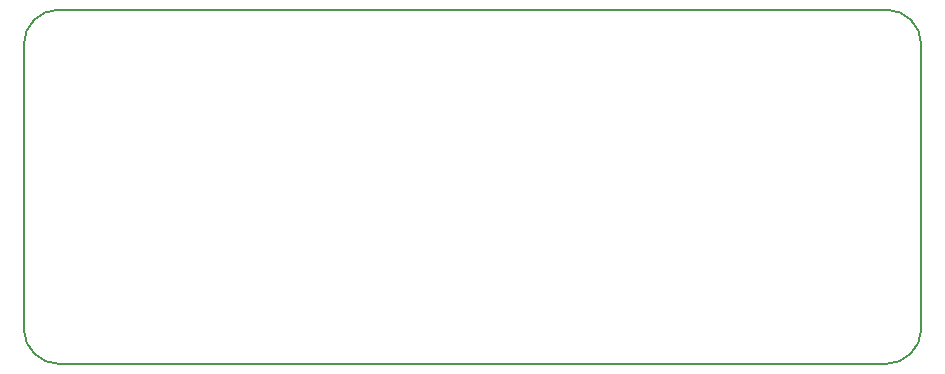
<source format=gbr>
G04 #@! TF.FileFunction,Other,User*
%FSLAX46Y46*%
G04 Gerber Fmt 4.6, Leading zero omitted, Abs format (unit mm)*
G04 Created by KiCad (PCBNEW 4.0.7) date Thu Mar 29 16:49:58 2018*
%MOMM*%
%LPD*%
G01*
G04 APERTURE LIST*
%ADD10C,0.100000*%
%ADD11C,0.200000*%
G04 APERTURE END LIST*
D10*
D11*
X196000000Y-61000000D02*
X196000000Y-85000000D01*
X120000000Y-85000000D02*
X120000000Y-61000000D01*
X120000000Y-85000000D02*
G75*
G03X123000000Y-88000000I3000000J0D01*
G01*
X196000000Y-61000000D02*
G75*
G03X193000000Y-58000000I-3000000J0D01*
G01*
X193000000Y-88000000D02*
X123000000Y-88000000D01*
X193000000Y-88000000D02*
G75*
G03X196000000Y-85000000I0J3000000D01*
G01*
X123000000Y-58000000D02*
X193000000Y-58000000D01*
X123000000Y-58000000D02*
G75*
G03X120000000Y-61000000I0J-3000000D01*
G01*
M02*

</source>
